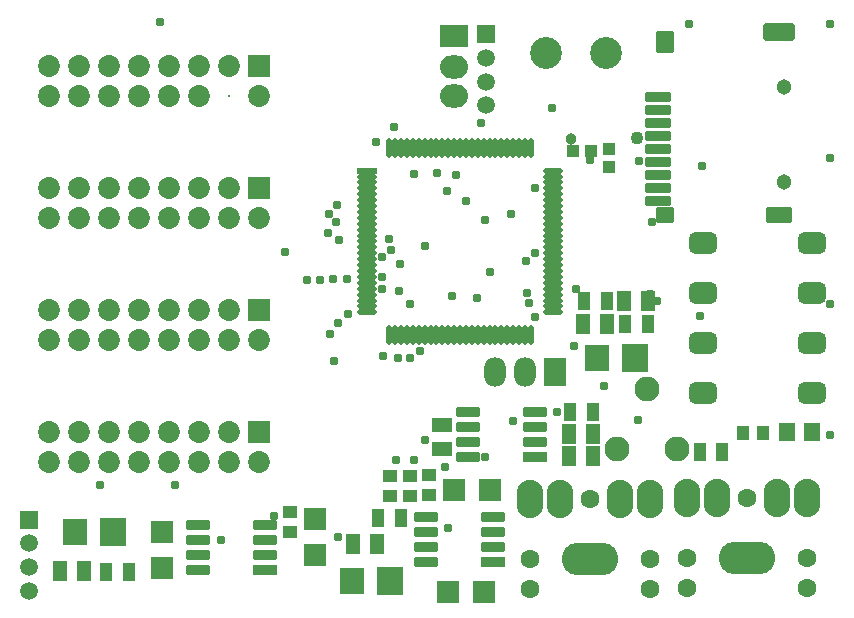
<source format=gts>
G04*
G04 #@! TF.GenerationSoftware,Altium Limited,Altium Designer,21.0.8 (223)*
G04*
G04 Layer_Color=8388736*
%FSTAX24Y24*%
%MOIN*%
G70*
G04*
G04 #@! TF.SameCoordinates,2867BDE3-1686-46F1-8F54-3A33D440E248*
G04*
G04*
G04 #@! TF.FilePolarity,Negative*
G04*
G01*
G75*
%ADD24R,0.0787X0.0866*%
%ADD43R,0.0780X0.0780*%
%ADD44R,0.0434X0.0592*%
%ADD45R,0.0480X0.0671*%
%ADD46R,0.0867X0.0946*%
G04:AMPARAMS|DCode=47|XSize=71mil|YSize=94.2mil|CornerRadius=19.7mil|HoleSize=0mil|Usage=FLASHONLY|Rotation=90.000|XOffset=0mil|YOffset=0mil|HoleType=Round|Shape=RoundedRectangle|*
%AMROUNDEDRECTD47*
21,1,0.0710,0.0547,0,0,90.0*
21,1,0.0315,0.0942,0,0,90.0*
1,1,0.0395,0.0274,0.0157*
1,1,0.0395,0.0274,-0.0157*
1,1,0.0395,-0.0274,-0.0157*
1,1,0.0395,-0.0274,0.0157*
%
%ADD47ROUNDEDRECTD47*%
%ADD48R,0.0830X0.0330*%
G04:AMPARAMS|DCode=49|XSize=33mil|YSize=83mil|CornerRadius=10.3mil|HoleSize=0mil|Usage=FLASHONLY|Rotation=270.000|XOffset=0mil|YOffset=0mil|HoleType=Round|Shape=RoundedRectangle|*
%AMROUNDEDRECTD49*
21,1,0.0330,0.0625,0,0,270.0*
21,1,0.0125,0.0830,0,0,270.0*
1,1,0.0205,-0.0313,-0.0063*
1,1,0.0205,-0.0313,0.0063*
1,1,0.0205,0.0313,0.0063*
1,1,0.0205,0.0313,-0.0063*
%
%ADD49ROUNDEDRECTD49*%
%ADD50R,0.0671X0.0480*%
%ADD51R,0.0513X0.0430*%
%ADD52R,0.0780X0.0780*%
G04:AMPARAMS|DCode=53|XSize=19.8mil|YSize=67.1mil|CornerRadius=7mil|HoleSize=0mil|Usage=FLASHONLY|Rotation=0.000|XOffset=0mil|YOffset=0mil|HoleType=Round|Shape=RoundedRectangle|*
%AMROUNDEDRECTD53*
21,1,0.0198,0.0531,0,0,0.0*
21,1,0.0059,0.0671,0,0,0.0*
1,1,0.0139,0.0030,-0.0266*
1,1,0.0139,-0.0030,-0.0266*
1,1,0.0139,-0.0030,0.0266*
1,1,0.0139,0.0030,0.0266*
%
%ADD53ROUNDEDRECTD53*%
G04:AMPARAMS|DCode=54|XSize=19.8mil|YSize=67.1mil|CornerRadius=7mil|HoleSize=0mil|Usage=FLASHONLY|Rotation=90.000|XOffset=0mil|YOffset=0mil|HoleType=Round|Shape=RoundedRectangle|*
%AMROUNDEDRECTD54*
21,1,0.0198,0.0531,0,0,90.0*
21,1,0.0059,0.0671,0,0,90.0*
1,1,0.0139,0.0266,0.0030*
1,1,0.0139,0.0266,-0.0030*
1,1,0.0139,-0.0266,-0.0030*
1,1,0.0139,-0.0266,0.0030*
%
%ADD54ROUNDEDRECTD54*%
%ADD55R,0.0671X0.0198*%
G04:AMPARAMS|DCode=56|XSize=71mil|YSize=63.1mil|CornerRadius=6.8mil|HoleSize=0mil|Usage=FLASHONLY|Rotation=90.000|XOffset=0mil|YOffset=0mil|HoleType=Round|Shape=RoundedRectangle|*
%AMROUNDEDRECTD56*
21,1,0.0710,0.0496,0,0,90.0*
21,1,0.0575,0.0631,0,0,90.0*
1,1,0.0135,0.0248,0.0287*
1,1,0.0135,0.0248,-0.0287*
1,1,0.0135,-0.0248,-0.0287*
1,1,0.0135,-0.0248,0.0287*
%
%ADD56ROUNDEDRECTD56*%
G04:AMPARAMS|DCode=57|XSize=59.2mil|YSize=106.4mil|CornerRadius=6.6mil|HoleSize=0mil|Usage=FLASHONLY|Rotation=90.000|XOffset=0mil|YOffset=0mil|HoleType=Round|Shape=RoundedRectangle|*
%AMROUNDEDRECTD57*
21,1,0.0592,0.0933,0,0,90.0*
21,1,0.0461,0.1064,0,0,90.0*
1,1,0.0131,0.0467,0.0230*
1,1,0.0131,0.0467,-0.0230*
1,1,0.0131,-0.0467,-0.0230*
1,1,0.0131,-0.0467,0.0230*
%
%ADD57ROUNDEDRECTD57*%
G04:AMPARAMS|DCode=58|XSize=55.2mil|YSize=86.7mil|CornerRadius=6.4mil|HoleSize=0mil|Usage=FLASHONLY|Rotation=90.000|XOffset=0mil|YOffset=0mil|HoleType=Round|Shape=RoundedRectangle|*
%AMROUNDEDRECTD58*
21,1,0.0552,0.0740,0,0,90.0*
21,1,0.0425,0.0867,0,0,90.0*
1,1,0.0127,0.0370,0.0213*
1,1,0.0127,0.0370,-0.0213*
1,1,0.0127,-0.0370,-0.0213*
1,1,0.0127,-0.0370,0.0213*
%
%ADD58ROUNDEDRECTD58*%
G04:AMPARAMS|DCode=59|XSize=35.6mil|YSize=86.7mil|CornerRadius=5.4mil|HoleSize=0mil|Usage=FLASHONLY|Rotation=90.000|XOffset=0mil|YOffset=0mil|HoleType=Round|Shape=RoundedRectangle|*
%AMROUNDEDRECTD59*
21,1,0.0356,0.0760,0,0,90.0*
21,1,0.0248,0.0867,0,0,90.0*
1,1,0.0108,0.0380,0.0124*
1,1,0.0108,0.0380,-0.0124*
1,1,0.0108,-0.0380,-0.0124*
1,1,0.0108,-0.0380,0.0124*
%
%ADD59ROUNDEDRECTD59*%
G04:AMPARAMS|DCode=60|XSize=35.4mil|YSize=86.6mil|CornerRadius=5.3mil|HoleSize=0mil|Usage=FLASHONLY|Rotation=90.000|XOffset=0mil|YOffset=0mil|HoleType=Round|Shape=RoundedRectangle|*
%AMROUNDEDRECTD60*
21,1,0.0354,0.0760,0,0,90.0*
21,1,0.0248,0.0866,0,0,90.0*
1,1,0.0106,0.0380,0.0124*
1,1,0.0106,0.0380,-0.0124*
1,1,0.0106,-0.0380,-0.0124*
1,1,0.0106,-0.0380,0.0124*
%
%ADD60ROUNDEDRECTD60*%
G04:AMPARAMS|DCode=61|XSize=55.2mil|YSize=63.1mil|CornerRadius=6.4mil|HoleSize=0mil|Usage=FLASHONLY|Rotation=90.000|XOffset=0mil|YOffset=0mil|HoleType=Round|Shape=RoundedRectangle|*
%AMROUNDEDRECTD61*
21,1,0.0552,0.0504,0,0,90.0*
21,1,0.0425,0.0631,0,0,90.0*
1,1,0.0127,0.0252,0.0213*
1,1,0.0127,0.0252,-0.0213*
1,1,0.0127,-0.0252,-0.0213*
1,1,0.0127,-0.0252,0.0213*
%
%ADD61ROUNDEDRECTD61*%
%ADD62R,0.0552X0.0630*%
%ADD63R,0.0395X0.0395*%
%ADD64R,0.0430X0.0513*%
%ADD65R,0.0395X0.0395*%
%ADD66C,0.0730*%
%ADD67C,0.0080*%
%ADD68R,0.0730X0.0730*%
%ADD69C,0.1064*%
%ADD70O,0.0880X0.1280*%
%ADD71O,0.1880X0.1080*%
%ADD72C,0.0630*%
%ADD73C,0.0830*%
%ADD74R,0.0730X0.0980*%
%ADD75O,0.0730X0.0980*%
%ADD76O,0.0930X0.0780*%
%ADD77R,0.0930X0.0780*%
%ADD78C,0.0592*%
%ADD79R,0.0592X0.0592*%
%ADD80C,0.0310*%
%ADD81C,0.0513*%
%ADD82C,0.0380*%
%ADD83C,0.0430*%
D24*
X07014Y02365D02*
D03*
X06197Y01623D02*
D03*
X05272Y01785D02*
D03*
D43*
X066554Y01927D02*
D03*
X065354D02*
D03*
X06637Y01587D02*
D03*
X06517D02*
D03*
D44*
X070444Y025571D02*
D03*
X069696D02*
D03*
X071066Y02479D02*
D03*
X071814D02*
D03*
X073556Y02053D02*
D03*
X074304D02*
D03*
X069228Y021868D02*
D03*
X069976D02*
D03*
X063588Y018309D02*
D03*
X062839D02*
D03*
X054514Y01651D02*
D03*
X053766D02*
D03*
D45*
X06967Y02479D02*
D03*
X07047D02*
D03*
X07184Y025571D02*
D03*
X07104D02*
D03*
X070002Y021118D02*
D03*
X069202D02*
D03*
X061997Y01747D02*
D03*
X062797D02*
D03*
X05224Y01655D02*
D03*
X05304D02*
D03*
X069981Y020377D02*
D03*
X069181D02*
D03*
D46*
X0714Y02365D02*
D03*
X06323Y01623D02*
D03*
X05398Y01785D02*
D03*
D47*
X073661Y0275D02*
D03*
X077279D02*
D03*
X073661Y025827D02*
D03*
X077279D02*
D03*
Y024153D02*
D03*
X073661D02*
D03*
Y02248D02*
D03*
X077279D02*
D03*
D48*
X06805Y020368D02*
D03*
X066664Y01685D02*
D03*
X059046Y0166D02*
D03*
D49*
X06805Y020868D02*
D03*
Y021368D02*
D03*
Y021868D02*
D03*
X065826Y020368D02*
D03*
Y020868D02*
D03*
Y021368D02*
D03*
Y021868D02*
D03*
X06444Y01835D02*
D03*
Y01785D02*
D03*
Y01735D02*
D03*
Y01685D02*
D03*
X066664Y01835D02*
D03*
Y01785D02*
D03*
Y01735D02*
D03*
X059046Y0171D02*
D03*
Y0176D02*
D03*
Y0181D02*
D03*
X056821Y0166D02*
D03*
Y0171D02*
D03*
Y0176D02*
D03*
Y0181D02*
D03*
D50*
X064952Y021432D02*
D03*
Y020633D02*
D03*
D51*
X064516Y019744D02*
D03*
Y019074D02*
D03*
X06388Y019721D02*
D03*
Y019051D02*
D03*
X063214Y019721D02*
D03*
Y019051D02*
D03*
X05988Y017855D02*
D03*
Y018525D02*
D03*
D52*
X060729Y017084D02*
D03*
Y018284D02*
D03*
X05562Y01665D02*
D03*
Y01785D02*
D03*
D53*
X063198Y03065D02*
D03*
X063395D02*
D03*
X063591D02*
D03*
X063788D02*
D03*
X063985D02*
D03*
X064182D02*
D03*
X064379D02*
D03*
X064576D02*
D03*
X064773D02*
D03*
X064969D02*
D03*
X065166D02*
D03*
X065363D02*
D03*
X06556D02*
D03*
X065757D02*
D03*
X065954D02*
D03*
X066151D02*
D03*
X066347D02*
D03*
X066544D02*
D03*
X066741D02*
D03*
X066938D02*
D03*
X067135D02*
D03*
X067332D02*
D03*
X067529D02*
D03*
X067725D02*
D03*
X067922D02*
D03*
Y02443D02*
D03*
X067725D02*
D03*
X067529D02*
D03*
X067332D02*
D03*
X067135D02*
D03*
X066938D02*
D03*
X066741D02*
D03*
X066544D02*
D03*
X066347D02*
D03*
X066151D02*
D03*
X065954D02*
D03*
X065757D02*
D03*
X06556D02*
D03*
X065363D02*
D03*
X065166D02*
D03*
X064969D02*
D03*
X064773D02*
D03*
X064576D02*
D03*
X064379D02*
D03*
X064182D02*
D03*
X063985D02*
D03*
X063788D02*
D03*
X063591D02*
D03*
X063395D02*
D03*
X063198D02*
D03*
D54*
X06867Y029902D02*
D03*
Y029705D02*
D03*
Y029509D02*
D03*
Y029312D02*
D03*
Y029115D02*
D03*
Y028918D02*
D03*
Y028721D02*
D03*
Y028524D02*
D03*
Y028327D02*
D03*
Y028131D02*
D03*
Y027934D02*
D03*
Y027737D02*
D03*
Y02754D02*
D03*
Y027343D02*
D03*
Y027146D02*
D03*
Y026949D02*
D03*
Y026753D02*
D03*
Y026556D02*
D03*
Y026359D02*
D03*
Y026162D02*
D03*
Y025965D02*
D03*
Y025768D02*
D03*
Y025571D02*
D03*
Y025375D02*
D03*
Y025178D02*
D03*
X06245D02*
D03*
Y025375D02*
D03*
Y025571D02*
D03*
Y025768D02*
D03*
Y025965D02*
D03*
Y026162D02*
D03*
Y026359D02*
D03*
Y026556D02*
D03*
Y026753D02*
D03*
Y026949D02*
D03*
Y027146D02*
D03*
Y027343D02*
D03*
Y02754D02*
D03*
Y027737D02*
D03*
Y027934D02*
D03*
Y028131D02*
D03*
Y028327D02*
D03*
Y028524D02*
D03*
Y028721D02*
D03*
Y028918D02*
D03*
Y029115D02*
D03*
Y029312D02*
D03*
Y029509D02*
D03*
Y029705D02*
D03*
D55*
Y029902D02*
D03*
D56*
X072407Y034177D02*
D03*
D57*
X076187Y034532D02*
D03*
D58*
Y028429D02*
D03*
D59*
X072156Y032366D02*
D03*
Y031933D02*
D03*
Y0315D02*
D03*
Y031067D02*
D03*
Y030634D02*
D03*
Y030201D02*
D03*
Y029768D02*
D03*
D60*
Y029335D02*
D03*
Y028902D02*
D03*
D61*
X072407Y028429D02*
D03*
D62*
X076467Y02118D02*
D03*
X077293D02*
D03*
D63*
X069335Y030572D02*
D03*
X069925D02*
D03*
D64*
X074995Y02116D02*
D03*
X075665D02*
D03*
D65*
X07052Y030025D02*
D03*
Y030615D02*
D03*
D66*
X05187Y0324D02*
D03*
X05287D02*
D03*
X05387D02*
D03*
X05487D02*
D03*
X05587D02*
D03*
X05687D02*
D03*
X05887D02*
D03*
X05287Y0334D02*
D03*
X05487Y0334D02*
D03*
X05787Y0334D02*
D03*
X05687D02*
D03*
X05587Y0334D02*
D03*
X05387Y0334D02*
D03*
X05187Y0334D02*
D03*
Y028333D02*
D03*
X05287Y028333D02*
D03*
X05387D02*
D03*
X05487D02*
D03*
X05587Y028333D02*
D03*
X05687Y028333D02*
D03*
X05787D02*
D03*
X05887D02*
D03*
X05287Y029333D02*
D03*
X05487D02*
D03*
X05787D02*
D03*
X05687D02*
D03*
X05587D02*
D03*
X05387D02*
D03*
X05187D02*
D03*
Y025267D02*
D03*
X05387D02*
D03*
X05587D02*
D03*
X05687D02*
D03*
X05787D02*
D03*
X05487D02*
D03*
X05287D02*
D03*
X05887Y024267D02*
D03*
X05787Y024267D02*
D03*
X05687D02*
D03*
X05587Y024267D02*
D03*
X05487D02*
D03*
X05387Y024267D02*
D03*
X05287D02*
D03*
X05187Y024267D02*
D03*
Y0202D02*
D03*
X05287Y0202D02*
D03*
X05387Y0202D02*
D03*
X05487Y0202D02*
D03*
X05587Y0202D02*
D03*
X05687D02*
D03*
X05787Y0202D02*
D03*
X05887D02*
D03*
X05287Y0212D02*
D03*
X05487Y0212D02*
D03*
X05787Y0212D02*
D03*
X05687Y0212D02*
D03*
X05587D02*
D03*
X05387D02*
D03*
X05187D02*
D03*
D67*
X05787Y0324D02*
D03*
D68*
X05887Y0334D02*
D03*
X05887Y029333D02*
D03*
X05887Y025267D02*
D03*
Y0212D02*
D03*
D69*
X07043Y03382D02*
D03*
X06843D02*
D03*
D70*
X07312Y018983D02*
D03*
X07412D02*
D03*
X07612D02*
D03*
X07712D02*
D03*
X0719Y01895D02*
D03*
X0709D02*
D03*
X0689D02*
D03*
X0679D02*
D03*
D71*
X07511Y016983D02*
D03*
X06989Y01695D02*
D03*
D72*
X07712Y016983D02*
D03*
Y015983D02*
D03*
X07512Y018983D02*
D03*
X07312Y016983D02*
D03*
Y015983D02*
D03*
X0679Y01595D02*
D03*
Y01695D02*
D03*
X0699Y01895D02*
D03*
X0719Y01595D02*
D03*
Y01695D02*
D03*
D73*
X070789Y020637D02*
D03*
X071789Y022637D02*
D03*
X072789Y020637D02*
D03*
D74*
X068741Y02318D02*
D03*
D75*
X067741D02*
D03*
X066741D02*
D03*
D76*
X06537Y032385D02*
D03*
Y033365D02*
D03*
D77*
Y034375D02*
D03*
D78*
X0512Y015905D02*
D03*
Y016693D02*
D03*
Y01748D02*
D03*
X06643Y032079D02*
D03*
Y032866D02*
D03*
Y033654D02*
D03*
D79*
X0512Y018267D02*
D03*
X06643Y034441D02*
D03*
D80*
X073625Y030039D02*
D03*
X062976Y023706D02*
D03*
X061353Y02355D02*
D03*
X06638Y028269D02*
D03*
X065748Y028894D02*
D03*
X06937Y02406D02*
D03*
X053572Y019411D02*
D03*
X05607D02*
D03*
X055572Y03486D02*
D03*
X073184Y03479D02*
D03*
X07788Y021081D02*
D03*
Y025443D02*
D03*
Y03032D02*
D03*
Y03479D02*
D03*
X066254Y0315D02*
D03*
X06863Y032002D02*
D03*
X062962Y026346D02*
D03*
X066132Y025658D02*
D03*
X065294Y025716D02*
D03*
X06118Y02846D02*
D03*
X06275Y03085D02*
D03*
X059354Y018373D02*
D03*
X068783Y02186D02*
D03*
X067332Y021551D02*
D03*
X067863Y025481D02*
D03*
X066544Y026526D02*
D03*
X06352Y0259D02*
D03*
X06355Y02678D02*
D03*
X062959Y02597D02*
D03*
X06388Y02547D02*
D03*
X05758Y01758D02*
D03*
X0615Y017684D02*
D03*
X0719Y025791D02*
D03*
X07211Y025571D02*
D03*
X06517Y018D02*
D03*
X06507Y02001D02*
D03*
X06341Y020241D02*
D03*
X06404D02*
D03*
X07196Y028201D02*
D03*
X06638Y02036D02*
D03*
X07149Y021584D02*
D03*
X070345Y022737D02*
D03*
X067778Y025827D02*
D03*
X06806Y025021D02*
D03*
X064379Y020934D02*
D03*
X06388Y02365D02*
D03*
X06348Y02367D02*
D03*
X06421Y023898D02*
D03*
X06944Y025965D02*
D03*
X07356Y02507D02*
D03*
X0699Y03025D02*
D03*
X07151Y03022D02*
D03*
X06404Y02978D02*
D03*
X06325Y02724D02*
D03*
X06117Y02781D02*
D03*
X06153Y02759D02*
D03*
X06725Y02844D02*
D03*
X06776Y026896D02*
D03*
X06806Y02717D02*
D03*
X06335Y03137D02*
D03*
X061468Y02875D02*
D03*
X06144Y02819D02*
D03*
X0644Y02739D02*
D03*
X06295Y02703D02*
D03*
X06318Y02761D02*
D03*
X06805Y02931D02*
D03*
X05974Y02719D02*
D03*
X06123Y02446D02*
D03*
X0615Y02483D02*
D03*
X061817Y025115D02*
D03*
X06544Y02976D02*
D03*
X06513Y02921D02*
D03*
X0648Y02981D02*
D03*
X06178Y0263D02*
D03*
X06045Y02626D02*
D03*
X0609Y02627D02*
D03*
X06133Y02628D02*
D03*
D81*
X076344Y032681D02*
D03*
Y029529D02*
D03*
D82*
X06926Y03096D02*
D03*
D83*
X07145Y03098D02*
D03*
M02*

</source>
